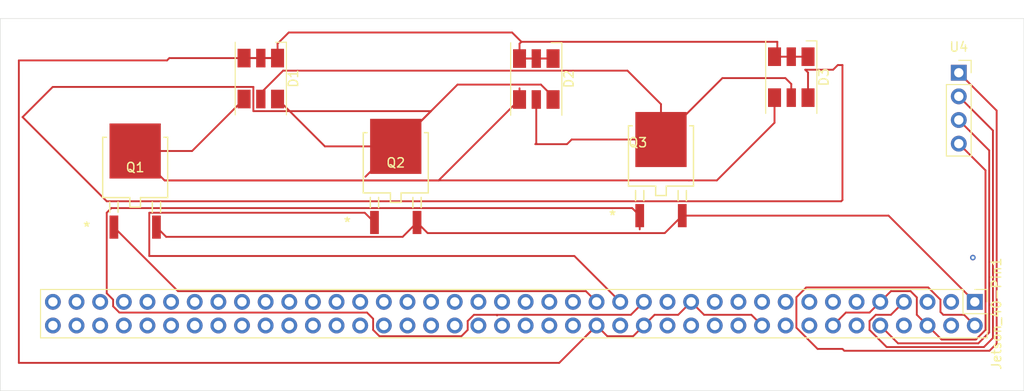
<source format=kicad_pcb>
(kicad_pcb (version 20240108) (generator "pcbnew") (generator_version "8.0")
  (title_block (title "Preliminary PCB layout") (date "2024-11-06") (rev "0") (company "Group 6"))
  (layers (0 "F.Cu" signal) (31 "B.Cu" signal) (34 "B.Paste" user) (35 "F.Paste" user) (36 "B.SilkS" user "B.Silkscreen") (37 "F.SilkS" user "F.Silkscreen") (38 "B.Mask" user) (39 "F.Mask" user) (44 "Edge.Cuts" user))
  (net 0 "")
  (net 1 "GND")
  (net 2 "Q3")
  (net 3 "Q2")
  (net 4 "Q1")
  (net 7 "Net-(Jetson_40-Pin1-GPIO11)")
  (net 9 "Net-(Q1-C)")
  (net 11 "Net-(Jetson_40-Pin1-GPIO01)")
  (net 18 "/Ultrasonic Trigger")
  (net 26 "/5V")
  (net 27 "Net-(Jetson_40-Pin1-UART1_RXD)")
  (net 36 "Net-(Jetson_40-Pin1-GPIO13)")
  (footprint "Transistor411Library:DPAK-4_6P22X6P73_ONS" (layer "F.Cu") (at 124.9863 47.0795)
    (property "Reference" "Q3" (at -2.4821 -1.4318 0) (layer "F.SilkS"))
    (property "Value" "NSS1C301ET4G")
    (fp_line (start -3.4925 -3.2385) (end -3.4925 3.2385) (stroke (width 0.1524)) (layer "F.SilkS"))
    (fp_line (start -3.4925 3.2385) (end -0.5715 3.2385) (stroke (width 0.1524)) (layer "F.SilkS"))
    (fp_line (start -3.08864 -3.2385) (end -3.4925 -3.2385) (stroke (width 0.1524)) (layer "F.SilkS"))
    (fp_line (start -2.7305 3.7211) (end -2.7305 4.8133) (stroke (width 0.1524)) (layer "F.SilkS"))
    (fp_line (start -1.8415 3.7211) (end -1.8415 4.8133) (stroke (width 0.1524)) (layer "F.SilkS"))
    (fp_line (start -0.5715 3.2385) (end -0.5715 4.2545) (stroke (width 0.1524)) (layer "F.SilkS"))
    (fp_line (start -0.5715 4.2545) (end 0.5715 4.2545) (stroke (width 0.1524)) (layer "F.SilkS"))
    (fp_line (start 0.5715 3.2385) (end 3.4925 3.2385) (stroke (width 0.1524)) (layer "F.SilkS"))
    (fp_line (start 0.5715 4.2545) (end 0.5715 3.2385) (stroke (width 0.1524)) (layer "F.SilkS"))
    (fp_line (start 1.8415 3.7211) (end 1.8415 4.8133) (stroke (width 0.1524)) (layer "F.SilkS"))
    (fp_line (start 2.7305 3.7211) (end 2.7305 4.8133) (stroke (width 0.1524)) (layer "F.SilkS"))
    (fp_line (start 3.4925 -3.2385) (end 3.08864 -3.2385) (stroke (width 0.1524)) (layer "F.SilkS"))
    (fp_line (start 3.4925 3.2385) (end 3.4925 -3.2385) (stroke (width 0.1524)) (layer "F.SilkS"))
    (fp_text user "*" (at -5.207 6.4135 0) (layer "F.SilkS"))
    (fp_text user "*" (at -5.207 6.4135 0) (layer "F.SilkS"))
    (pad "1" smd rect (at -2.286 6.4135) (size 0.9398 2.4892) (layers "F.Cu" "F.Paste" "F.Mask") (net 11 "Net-(Jetson_40-Pin1-GPIO01)"))
    (pad "2" smd rect (at 2.286 6.4135) (size 0.9398 2.4892) (layers "F.Cu" "F.Paste" "F.Mask") (net 9 "Net-(Q1-C)"))
    (pad "3" smd rect (at 0 -1.7653) (size 5.5118 5.9182) (layers "F.Cu" "F.Paste" "F.Mask") (net 2 "Q3"))
  )
  (footprint "Connector_PinHeader_2.54mm:PinHeader_2x40_P2.54mm_Vertical" (layer "F.Cu") (at 158.7063 62.75845 -90)
    (property "Reference" "Jetson_40-Pin1" (at 1.27 -2.33 90) (layer "F.SilkS"))
    (property "Value" "~")
    (fp_line (start -1.33 100.39) (end 3.87 100.39) (stroke (width 0.12)) (layer "F.SilkS"))
    (fp_line (start -1.33 1.27) (end -1.33 100.39) (stroke (width 0.12)) (layer "F.SilkS"))
    (fp_line (start -1.33 1.27) (end 1.27 1.27) (stroke (width 0.12)) (layer "F.SilkS"))
    (fp_line (start 1.27 1.27) (end 1.27 -1.33) (stroke (width 0.12)) (layer "F.SilkS"))
    (fp_line (start -1.33 0) (end -1.33 -1.33) (stroke (width 0.12)) (layer "F.SilkS"))
    (fp_line (start -1.33 -1.33) (end 0 -1.33) (stroke (width 0.12)) (layer "F.SilkS"))
    (fp_line (start 1.27 -1.33) (end 3.87 -1.33) (stroke (width 0.12)) (layer "F.SilkS"))
    (fp_line (start 3.87 -1.33) (end 3.87 100.39) (stroke (width 0.12)) (layer "F.SilkS"))
    (pad "1" thru_hole rect (at 0 0 270) (size 1.7 1.7) (drill 1) (layers "*.Cu" "*.Mask") (net 9 "Net-(Q1-C)"))
    (pad "2" thru_hole oval (at 2.54 0 270) (size 1.7 1.7) (drill 1) (layers "*.Cu" "*.Mask") (net 26 "/5V"))
    (pad "3" thru_hole oval (at 0 2.54 270) (size 1.7 1.7) (drill 1) (layers "*.Cu" "*.Mask"))
    (pad "4" thru_hole oval (at 2.54 2.54 270) (size 1.7 1.7) (drill 1) (layers "*.Cu" "*.Mask"))
    (pad "5" thru_hole oval (at 0 5.08 270) (size 1.7 1.7) (drill 1) (layers "*.Cu" "*.Mask"))
    (pad "6" thru_hole oval (at 2.54 5.08 270) (size 1.7 1.7) (drill 1) (layers "*.Cu" "*.Mask") (net 1 "GND"))
    (pad "7" thru_hole oval (at 0 7.62 270) (size 1.7 1.7) (drill 1) (layers "*.Cu" "*.Mask") (net 18 "/Ultrasonic Trigger"))
    (pad "8" thru_hole oval (at 2.54 7.62 270) (size 1.7 1.7) (drill 1) (layers "*.Cu" "*.Mask"))
    (pad "9" thru_hole oval (at 0 10.16 270) (size 1.7 1.7) (drill 1) (layers "*.Cu" "*.Mask") (net 1 "GND"))
    (pad "10" thru_hole oval (at 2.54 10.16 270) (size 1.7 1.7) (drill 1) (layers "*.Cu" "*.Mask") (net 27 "Net-(Jetson_40-Pin1-UART1_RXD)"))
    (pad "11" thru_hole oval (at 0 12.7 270) (size 1.7 1.7) (drill 1) (layers "*.Cu" "*.Mask"))
    (pad "12" thru_hole oval (at 2.54 12.7 270) (size 1.7 1.7) (drill 1) (layers "*.Cu" "*.Mask"))
    (pad "13" thru_hole oval (at 0 15.24 270) (size 1.7 1.7) (drill 1) (layers "*.Cu" "*.Mask"))
    (pad "14" thru_hole oval (at 2.54 15.24 270) (size 1.7 1.7) (drill 1) (layers "*.Cu" "*.Mask") (net 1 "GND"))
    (pad "15" thru_hole oval (at 0 17.78 270) (size 1.7 1.7) (drill 1) (layers "*.Cu" "*.Mask"))
    (pad "16" thru_hole oval (at 2.54 17.78 270) (size 1.7 1.7) (drill 1) (layers "*.Cu" "*.Mask"))
    (pad "17" thru_hole oval (at 0 20.32 270) (size 1.7 1.7) (drill 1) (layers "*.Cu" "*.Mask"))
    (pad "18" thru_hole oval (at 2.54 20.32 270) (size 1.7 1.7) (drill 1) (layers "*.Cu" "*.Mask"))
    (pad "19" thru_hole oval (at 0 22.86 270) (size 1.7 1.7) (drill 1) (layers "*.Cu" "*.Mask"))
    (pad "20" thru_hole oval (at 2.54 22.86 270) (size 1.7 1.7) (drill 1) (layers "*.Cu" "*.Mask") (net 1 "GND"))
    (pad "21" thru_hole oval (at 0 25.4 270) (size 1.7 1.7) (drill 1) (layers "*.Cu" "*.Mask"))
    (pad "22" thru_hole oval (at 2.54 25.4 270) (size 1.7 1.7) (drill 1) (layers "*.Cu" "*.Mask"))
    (pad "23" thru_hole oval (at 0 27.94 270) (size 1.7 1.7) (drill 1) (layers "*.Cu" "*.Mask"))
    (pad "24" thru_hole oval (at 2.54 27.94 270) (size 1.7 1.7) (drill 1) (layers "*.Cu" "*.Mask"))
    (pad "25" thru_hole oval (at 0 30.48 270) (size 1.7 1.7) (drill 1) (layers "*.Cu" "*.Mask") (net 1 "GND"))
    (pad "26" thru_hole oval (at 2.54 30.48 270) (size 1.7 1.7) (drill 1) (layers "*.Cu" "*.Mask"))
    (pad "27" thru_hole oval (at 0 33.02 270) (size 1.7 1.7) (drill 1) (layers "*.Cu" "*.Mask"))
    (pad "28" thru_hole oval (at 2.54 33.02 270) (size 1.7 1.7) (drill 1) (layers "*.Cu" "*.Mask"))
    (pad "29" thru_hole oval (at 0 35.56 270) (size 1.7 1.7) (drill 1) (layers "*.Cu" "*.Mask") (net 11 "Net-(Jetson_40-Pin1-GPIO01)"))
    (pad "30" thru_hole oval (at 2.54 35.56 270) (size 1.7 1.7) (drill 1) (layers "*.Cu" "*.Mask") (net 1 "GND"))
    (pad "31" thru_hole oval (at 0 38.1 270) (size 1.7 1.7) (drill 1) (layers "*.Cu" "*.Mask") (net 7 "Net-(Jetson_40-Pin1-GPIO11)"))
    (pad "32" thru_hole oval (at 2.54 38.1 270) (size 1.7 1.7) (drill 1) (layers "*.Cu" "*.Mask"))
    (pad "33" thru_hole oval (at 0 40.64 270) (size 1.7 1.7) (drill 1) (layers "*.Cu" "*.Mask") (net 36 "Net-(Jetson_40-Pin1-GPIO13)"))
    (pad "34" thru_hole oval (at 2.54 40.64 270) (size 1.7 1.7) (drill 1) (layers "*.Cu" "*.Mask") (net 1 "GND"))
    (pad "35" thru_hole oval (at 0 43.18 270) (size 1.7 1.7) (drill 1) (layers "*.Cu" "*.Mask"))
    (pad "36" thru_hole oval (at 2.54 43.18 270) (size 1.7 1.7) (drill 1) (layers "*.Cu" "*.Mask"))
    (pad "37" thru_hole oval (at 0 45.72 270) (size 1.7 1.7) (drill 1) (layers "*.Cu" "*.Mask"))
    (pad "38" thru_hole oval (at 2.54 45.72 270) (size 1.7 1.7) (drill 1) (layers "*.Cu" "*.Mask"))
    (pad "39" thru_hole oval (at 0 48.26 270) (size 1.7 1.7) (drill 1) (layers "*.Cu" "*.Mask") (net 1 "GND"))
    (pad "40" thru_hole oval (at 2.54 48.26 270) (size 1.7 1.7) (drill 1) (layers "*.Cu" "*.Mask"))
    (pad "41" thru_hole oval (at 0 50.8 270) (size 1.7 1.7) (drill 1) (layers "*.Cu" "*.Mask"))
    (pad "42" thru_hole oval (at 2.54 50.8 270) (size 1.7 1.7) (drill 1) (layers "*.Cu" "*.Mask"))
    (pad "43" thru_hole oval (at 0 53.34 270) (size 1.7 1.7) (drill 1) (layers "*.Cu" "*.Mask"))
    (pad "44" thru_hole oval (at 2.54 53.34 270) (size 1.7 1.7) (drill 1) (layers "*.Cu" "*.Mask"))
    (pad "45" thru_hole oval (at 0 55.88 270) (size 1.7 1.7) (drill 1) (layers "*.Cu" "*.Mask"))
    (pad "46" thru_hole oval (at 2.54 55.88 270) (size 1.7 1.7) (drill 1) (layers "*.Cu" "*.Mask"))
    (pad "47" thru_hole oval (at 0 58.42 270) (size 1.7 1.7) (drill 1) (layers "*.Cu" "*.Mask"))
    (pad "48" thru_hole oval (at 2.54 58.42 270) (size 1.7 1.7) (drill 1) (layers "*.Cu" "*.Mask"))
    (pad "49" thru_hole oval (at 0 60.96 270) (size 1.7 1.7) (drill 1) (layers "*.Cu" "*.Mask"))
    (pad "50" thru_hole oval (at 2.54 60.96 270) (size 1.7 1.7) (drill 1) (layers "*.Cu" "*.Mask"))
    (pad "51" thru_hole oval (at 0 63.5 270) (size 1.7 1.7) (drill 1) (layers "*.Cu" "*.Mask"))
    (pad "52" thru_hole oval (at 2.54 63.5 270) (size 1.7 1.7) (drill 1) (layers "*.Cu" "*.Mask"))
    (pad "53" thru_hole oval (at 0 66.04 270) (size 1.7 1.7) (drill 1) (layers "*.Cu" "*.Mask"))
    (pad "54" thru_hole oval (at 2.54 66.04 270) (size 1.7 1.7) (drill 1) (layers "*.Cu" "*.Mask"))
    (pad "55" thru_hole oval (at 0 68.58 270) (size 1.7 1.7) (drill 1) (layers "*.Cu" "*.Mask"))
    (pad "56" thru_hole oval (at 2.54 68.58 270) (size 1.7 1.7) (drill 1) (layers "*.Cu" "*.Mask"))
    (pad "57" thru_hole oval (at 0 71.12 270) (size 1.7 1.7) (drill 1) (layers "*.Cu" "*.Mask"))
    (pad "58" thru_hole oval (at 2.54 71.12 270) (size 1.7 1.7) (drill 1) (layers "*.Cu" "*.Mask"))
    (pad "59" thru_hole oval (at 0 73.66 270) (size 1.7 1.7) (drill 1) (layers "*.Cu" "*.Mask"))
    (pad "60" thru_hole oval (at 2.54 73.66 270) (size 1.7 1.7) (drill 1) (layers "*.Cu" "*.Mask"))
    (pad "61" thru_hole oval (at 0 76.2 270) (size 1.7 1.7) (drill 1) (layers "*.Cu" "*.Mask"))
    (pad "62" thru_hole oval (at 2.54 76.2 270) (size 1.7 1.7) (drill 1) (layers "*.Cu" "*.Mask"))
    (pad "63" thru_hole oval (at 0 78.74 270) (size 1.7 1.7) (drill 1) (layers "*.Cu" "*.Mask"))
    (pad "64" thru_hole oval (at 2.54 78.74 270) (size 1.7 1.7) (drill 1) (layers "*.Cu" "*.Mask"))
    (pad "65" thru_hole oval (at 0 81.28 270) (size 1.7 1.7) (drill 1) (layers "*.Cu" "*.Mask"))
    (pad "66" thru_hole oval (at 2.54 81.28 270) (size 1.7 1.7) (drill 1) (layers "*.Cu" "*.Mask"))
    (pad "67" thru_hole oval (at 0 83.82 270) (size 1.7 1.7) (drill 1) (layers "*.Cu" "*.Mask"))
    (pad "68" thru_hole oval (at 2.54 83.82 270) (size 1.7 1.7) (drill 1) (layers "*.Cu" "*.Mask"))
    (pad "69" thru_hole oval (at 0 86.36 270) (size 1.7 1.7) (drill 1) (layers "*.Cu" "*.Mask"))
    (pad "70" thru_hole oval (at 2.54 86.36 270) (size 1.7 1.7) (drill 1) (layers "*.Cu" "*.Mask"))
    (pad "71" thru_hole oval (at 0 88.9 270) (size 1.7 1.7) (drill 1) (layers "*.Cu" "*.Mask"))
    (pad "72" thru_hole oval (at 2.54 88.9 270) (size 1.7 1.7) (drill 1) (layers "*.Cu" "*.Mask"))
    (pad "73" thru_hole oval (at 0 91.44 270) (size 1.7 1.7) (drill 1) (layers "*.Cu" "*.Mask"))
    (pad "74" thru_hole oval (at 2.54 91.44 270) (size 1.7 1.7) (drill 1) (layers "*.Cu" "*.Mask"))
    (pad "75" thru_hole oval (at 0 93.98 270) (size 1.7 1.7) (drill 1) (layers "*.Cu" "*.Mask"))
    (pad "76" thru_hole oval (at 2.54 93.98 270) (size 1.7 1.7) (drill 1) (layers "*.Cu" "*.Mask"))
    (pad "77" thru_hole oval (at 0 96.52 270) (size 1.7 1.7) (drill 1) (layers "*.Cu" "*.Mask"))
    (pad "78" thru_hole oval (at 2.54 96.52 270) (size 1.7 1.7) (drill 1) (layers "*.Cu" "*.Mask"))
    (pad "79" thru_hole oval (at 0 99.06 270) (size 1.7 1.7) (drill 1) (layers "*.Cu" "*.Mask"))
    (pad "80" thru_hole oval (at 2.54 99.06 270) (size 1.7 1.7) (drill 1) (layers "*.Cu" "*.Mask"))
  )
  (footprint "LED_SMD:LED_Inolux_IN-P55TATRGB_PLCC6_5.0x5.5mm_P1.8mm" (layer "F.Cu") (at 81.9863 38.7642 -90)
    (property "Reference" "D1" (at 0 -3.5 90) (layer "F.SilkS"))
    (property "Value" "Inolux_IN-P55TATRGB")
    (fp_line (start -3.9 2.75) (end 3.9 2.75) (stroke (width 0.12)) (layer "F.SilkS"))
    (fp_line (start -3.9 -1.6) (end -3.9 -2.75) (stroke (width 0.12)) (layer "F.SilkS"))
    (fp_line (start -3.9 -2.75) (end 3.9 -2.75) (stroke (width 0.12)) (layer "F.SilkS"))
    (pad "1" smd rect (at -2.2 -1.8 270) (size 2 1.4) (layers "F.Cu" "F.Paste" "F.Mask") (net 1 "GND"))
    (pad "2" smd rect (at -2.2 0 270) (size 2 1) (layers "F.Cu" "F.Paste" "F.Mask") (net 1 "GND"))
    (pad "3" smd rect (at -2.2 1.8 270) (size 2 1.4) (layers "F.Cu" "F.Paste" "F.Mask") (net 1 "GND"))
    (pad "4" smd rect (at 2.2 1.8 270) (size 2 1.4) (layers "F.Cu" "F.Paste" "F.Mask") (net 4 "Q1"))
    (pad "5" smd rect (at 2.2 0 270) (size 2 1) (layers "F.Cu" "F.Paste" "F.Mask") (net 2 "Q3"))
    (pad "6" smd rect (at 2.2 -1.8 270) (size 2 1.4) (layers "F.Cu" "F.Paste" "F.Mask") (net 3 "Q2"))
  )
  (footprint "Connector_PinSocket_2.54mm:PinSocket_1x04_P2.54mm_Vertical" (layer "F.Cu") (at 156.9863 38.13845)
    (property "Reference" "U4" (at 0 -2.77 0) (layer "F.SilkS"))
    (property "Value" "HC-SR04")
    (fp_line (start -1.33 1.27) (end -1.33 8.95) (stroke (width 0.12)) (layer "F.SilkS"))
    (fp_line (start -1.33 1.27) (end 1.33 1.27) (stroke (width 0.12)) (layer "F.SilkS"))
    (fp_line (start -1.33 8.95) (end 1.33 8.95) (stroke (width 0.12)) (layer "F.SilkS"))
    (fp_line (start 0 -1.33) (end 1.33 -1.33) (stroke (width 0.12)) (layer "F.SilkS"))
    (fp_line (start 1.33 -1.33) (end 1.33 0) (stroke (width 0.12)) (layer "F.SilkS"))
    (fp_line (start 1.33 1.27) (end 1.33 8.95) (stroke (width 0.12)) (layer "F.SilkS"))
    (pad "1" thru_hole rect (at 0 0) (size 1.7 1.7) (drill 1) (layers "*.Cu" "*.Mask") (net 26 "/5V"))
    (pad "2" thru_hole oval (at 0 2.54) (size 1.7 1.7) (drill 1) (layers "*.Cu" "*.Mask") (net 18 "/Ultrasonic Trigger"))
    (pad "3" thru_hole oval (at 0 5.08) (size 1.7 1.7) (drill 1) (layers "*.Cu" "*.Mask") (net 27 "Net-(Jetson_40-Pin1-UART1_RXD)"))
    (pad "4" thru_hole oval (at 0 7.62) (size 1.7 1.7) (drill 1) (layers "*.Cu" "*.Mask") (net 1 "GND"))
  )
  (footprint "Transistor411Library:DPAK-4_6P22X6P73_ONS" (layer "F.Cu") (at 68.4863 48.3142)
    (property "Reference" "Q1" (at 0 0 0) (layer "F.SilkS"))
    (property "Value" "NSS1C301ET4G")
    (fp_line (start -3.4925 -3.2385) (end -3.4925 3.2385) (stroke (width 0.1524)) (layer "F.SilkS"))
    (fp_line (start -3.4925 3.2385) (end -0.5715 3.2385) (stroke (width 0.1524)) (layer "F.SilkS"))
    (fp_line (start -3.08864 -3.2385) (end -3.4925 -3.2385) (stroke (width 0.1524)) (layer "F.SilkS"))
    (fp_line (start -2.7305 3.7211) (end -2.7305 4.8133) (stroke (width 0.1524)) (layer "F.SilkS"))
    (fp_line (start -1.8415 3.7211) (end -1.8415 4.8133) (stroke (width 0.1524)) (layer "F.SilkS"))
    (fp_line (start -0.5715 3.2385) (end -0.5715 4.2545) (stroke (width 0.1524)) (layer "F.SilkS"))
    (fp_line (start -0.5715 4.2545) (end 0.5715 4.2545) (stroke (width 0.1524)) (layer "F.SilkS"))
    (fp_line (start 0.5715 3.2385) (end 3.4925 3.2385) (stroke (width 0.1524)) (layer "F.SilkS"))
    (fp_line (start 0.5715 4.2545) (end 0.5715 3.2385) (stroke (width 0.1524)) (layer "F.SilkS"))
    (fp_line (start 1.8415 3.7211) (end 1.8415 4.8133) (stroke (width 0.1524)) (layer "F.SilkS"))
    (fp_line (start 2.7305 3.7211) (end 2.7305 4.8133) (stroke (width 0.1524)) (layer "F.SilkS"))
    (fp_line (start 3.4925 -3.2385) (end 3.08864 -3.2385) (stroke (width 0.1524)) (layer "F.SilkS"))
    (fp_line (start 3.4925 3.2385) (end 3.4925 -3.2385) (stroke (width 0.1524)) (layer "F.SilkS"))
    (fp_text user "*" (at -5.207 6.4135 0) (layer "F.SilkS"))
    (fp_text user "*" (at -5.207 6.4135 0) (layer "F.SilkS"))
    (pad "1" smd rect (at -2.286 6.4135) (size 0.9398 2.4892) (layers "F.Cu" "F.Paste" "F.Mask") (net 36 "Net-(Jetson_40-Pin1-GPIO13)"))
    (pad "2" smd rect (at 2.286 6.4135) (size 0.9398 2.4892) (layers "F.Cu" "F.Paste" "F.Mask") (net 9 "Net-(Q1-C)"))
    (pad "3" smd rect (at 0 -1.7653) (size 5.5118 5.9182) (layers "F.Cu" "F.Paste" "F.Mask") (net 4 "Q1"))
  )
  (footprint "Transistor411Library:DPAK-4_6P22X6P73_ONS" (layer "F.Cu") (at 96.4863 47.8142)
    (property "Reference" "Q2" (at 0 0 0) (layer "F.SilkS"))
    (property "Value" "NSS1C301ET4G")
    (fp_line (start -3.4925 -3.2385) (end -3.4925 3.2385) (stroke (width 0.1524)) (layer "F.SilkS"))
    (fp_line (start -3.4925 3.2385) (end -0.5715 3.2385) (stroke (width 0.1524)) (layer "F.SilkS"))
    (fp_line (start -3.08864 -3.2385) (end -3.4925 -3.2385) (stroke (width 0.1524)) (layer "F.SilkS"))
    (fp_line (start -2.7305 3.7211) (end -2.7305 4.8133) (stroke (width 0.1524)) (layer "F.SilkS"))
    (fp_line (start -1.8415 3.7211) (end -1.8415 4.8133) (stroke (width 0.1524)) (layer "F.SilkS"))
    (fp_line (start -0.5715 3.2385) (end -0.5715 4.2545) (stroke (width 0.1524)) (layer "F.SilkS"))
    (fp_line (start -0.5715 4.2545) (end 0.5715 4.2545) (stroke (width 0.1524)) (layer "F.SilkS"))
    (fp_line (start 0.5715 3.2385) (end 3.4925 3.2385) (stroke (width 0.1524)) (layer "F.SilkS"))
    (fp_line (start 0.5715 4.2545) (end 0.5715 3.2385) (stroke (width 0.1524)) (layer "F.SilkS"))
    (fp_line (start 1.8415 3.7211) (end 1.8415 4.8133) (stroke (width 0.1524)) (layer "F.SilkS"))
    (fp_line (start 2.7305 3.7211) (end 2.7305 4.8133) (stroke (width 0.1524)) (layer "F.SilkS"))
    (fp_line (start 3.4925 -3.2385) (end 3.08864 -3.2385) (stroke (width 0.1524)) (layer "F.SilkS"))
    (fp_line (start 3.4925 3.2385) (end 3.4925 -3.2385) (stroke (width 0.1524)) (layer "F.SilkS"))
    (fp_text user "*" (at -5.207 6.4135 0) (layer "F.SilkS"))
    (fp_text user "*" (at -5.207 6.4135 0) (layer "F.SilkS"))
    (pad "1" smd rect (at -2.286 6.4135) (size 0.9398 2.4892) (layers "F.Cu" "F.Paste" "F.Mask") (net 7 "Net-(Jetson_40-Pin1-GPIO11)"))
    (pad "2" smd rect (at 2.286 6.4135) (size 0.9398 2.4892) (layers "F.Cu" "F.Paste" "F.Mask") (net 9 "Net-(Q1-C)"))
    (pad "3" smd rect (at 0 -1.7653) (size 5.5118 5.9182) (layers "F.Cu" "F.Paste" "F.Mask") (net 3 "Q2"))
  )
  (footprint "LED_SMD:LED_Inolux_IN-P55TATRGB_PLCC6_5.0x5.5mm_P1.8mm" (layer "F.Cu") (at 111.5863 38.8142 -90)
    (property "Reference" "D2" (at 0 -3.5 90) (layer "F.SilkS"))
    (property "Value" "Inolux_IN-P55TATRGB")
    (fp_line (start -3.9 2.75) (end 3.9 2.75) (stroke (width 0.12)) (layer "F.SilkS"))
    (fp_line (start -3.9 -1.6) (end -3.9 -2.75) (stroke (width 0.12)) (layer "F.SilkS"))
    (fp_line (start -3.9 -2.75) (end 3.9 -2.75) (stroke (width 0.12)) (layer "F.SilkS"))
    (pad "1" smd rect (at -2.2 -1.8 270) (size 2 1.4) (layers "F.Cu" "F.Paste" "F.Mask") (net 1 "GND"))
    (pad "2" smd rect (at -2.2 0 270) (size 2 1) (layers "F.Cu" "F.Paste" "F.Mask") (net 1 "GND"))
    (pad "3" smd rect (at -2.2 1.8 270) (size 2 1.4) (layers "F.Cu" "F.Paste" "F.Mask") (net 1 "GND"))
    (pad "4" smd rect (at 2.2 1.8 270) (size 2 1.4) (layers "F.Cu" "F.Paste" "F.Mask") (net 4 "Q1"))
    (pad "5" smd rect (at 2.2 0 270) (size 2 1) (layers "F.Cu" "F.Paste" "F.Mask") (net 2 "Q3"))
    (pad "6" smd rect (at 2.2 -1.8 270) (size 2 1.4) (layers "F.Cu" "F.Paste" "F.Mask") (net 3 "Q2"))
  )
  (footprint "LED_SMD:LED_Inolux_IN-P55TATRGB_PLCC6_5.0x5.5mm_P1.8mm" (layer "F.Cu") (at 138.9863 38.6142 -90)
    (property "Reference" "D3" (at 0 -3.5 90) (layer "F.SilkS"))
    (property "Value" "Inolux_IN-P55TATRGB")
    (fp_line (start -3.9 2.75) (end 3.9 2.75) (stroke (width 0.12)) (layer "F.SilkS"))
    (fp_line (start -3.9 -1.6) (end -3.9 -2.75) (stroke (width 0.12)) (layer "F.SilkS"))
    (fp_line (start -3.9 -2.75) (end 3.9 -2.75) (stroke (width 0.12)) (layer "F.SilkS"))
    (pad "1" smd rect (at -2.2 -1.8 270) (size 2 1.4) (layers "F.Cu" "F.Paste" "F.Mask") (net 1 "GND"))
    (pad "2" smd rect (at -2.2 0 270) (size 2 1) (layers "F.Cu" "F.Paste" "F.Mask") (net 1 "GND"))
    (pad "3" smd rect (at -2.2 1.8 270) (size 2 1.4) (layers "F.Cu" "F.Paste" "F.Mask") (net 1 "GND"))
    (pad "4" smd rect (at 2.2 1.8 270) (size 2 1.4) (layers "F.Cu" "F.Paste" "F.Mask") (net 4 "Q1"))
    (pad "5" smd rect (at 2.2 0 270) (size 2 1) (layers "F.Cu" "F.Paste" "F.Mask") (net 2 "Q3"))
    (pad "6" smd rect (at 2.2 -1.8 270) (size 2 1.4) (layers "F.Cu" "F.Paste" "F.Mask") (net 3 "Q2"))
  )
  (gr_rect (start 53.9863 32.3142) (end 163.9863 72.3142) (stroke (width 0.05)) (fill none) (layer "Edge.Cuts"))
  (via (at 158.5 58) (size 0.6) (drill 0.3) (layers "F.Cu" "B.Cu") (net 0))
  (segment (start 55.9863 36.8142) (end 55.9863 69.3142) (width 0.2) (layer "F.Cu") (net 1))
  (segment (start 138.9863 36.4142) (end 137.1863 36.4142) (width 0.2) (layer "F.Cu") (net 1))
  (segment (start 116.9163 66.44845) (end 118.0663 65.29845) (width 0.2) (layer "F.Cu") (net 1))
  (segment (start 71.906 36.8142) (end 55.9863 36.8142) (width 0.2) (layer "F.Cu") (net 1))
  (segment (start 114.05055 69.3142) (end 118.0663 65.29845) (width 0.2) (layer "F.Cu") (net 1))
  (segment (start 111.5863 36.6142) (end 113.3863 36.6142) (width 0.2) (layer "F.Cu") (net 1))
  (segment (start 108.9863 33.8142) (end 109.9863 34.8142) (width 0.2) (layer "F.Cu") (net 1))
  (segment (start 159.8563 65.774796) (end 158.816896 66.8142) (width 0.2) (layer "F.Cu") (net 1))
  (segment (start 143.4663 65.29845) (end 143.97055 65.29845) (width 0.2) (layer "F.Cu") (net 1))
  (segment (start 111.5863 36.6142) (end 109.7863 36.6142) (width 0.2) (layer "F.Cu") (net 1))
  (segment (start 83.7863 35.0142) (end 84.9863 33.8142) (width 0.2) (layer "F.Cu") (net 1))
  (segment (start 137.4863 34.8142) (end 137.4863 36.1142) (width 0.2) (layer "F.Cu") (net 1))
  (segment (start 148.5463 62.75845) (end 147.3963 63.90845) (width 0.2) (layer "F.Cu") (net 1))
  (segment (start 113.3863 36.6142) (end 109.7863 36.6142) (width 0.2) (layer "F.Cu") (net 1))
  (segment (start 144.8563 63.90845) (end 143.4663 65.29845) (width 0.2) (layer "F.Cu") (net 1))
  (segment (start 148.5463 62.75845) (end 149.6963 61.60845) (width 0.2) (layer "F.Cu") (net 1))
  (segment (start 135.8463 65.29845) (end 134.6963 64.14845) (width 0.2) (layer "F.Cu") (net 1))
  (segment (start 134.6963 64.14845) (end 129.6163 64.14845) (width 0.2) (layer "F.Cu") (net 1))
  (segment (start 126.8363 64.14845) (end 124.2963 64.14845) (width 0.2) (layer "F.Cu") (net 1))
  (segment (start 83.7863 36.5642) (end 80.1863 36.5642) (width 0.2) (layer "F.Cu") (net 1))
  (segment (start 159.8563 48.62845) (end 159.8563 65.774796) (width 0.2) (layer "F.Cu") (net 1))
  (segment (start 156.9863 45.75845) (end 159.8563 48.62845) (width 0.2) (layer "F.Cu") (net 1))
  (segment (start 84.9863 33.8142) (end 108.9863 33.8142) (width 0.2) (layer "F.Cu") (net 1))
  (segment (start 81.9863 36.5642) (end 80.1863 36.5642) (width 0.2) (layer "F.Cu") (net 1))
  (segment (start 149.6963 61.60845) (end 151.802646 61.60845) (width 0.2) (layer "F.Cu") (net 1))
  (segment (start 110.4863 62.79845) (end 110.4863 62.8142) (width 0.2) (layer "F.Cu") (net 1))
  (segment (start 158.816896 66.8142) (end 155.14205 66.8142) (width 0.2) (layer "F.Cu") (net 1))
  (segment (start 124.2963 64.14845) (end 123.1463 65.29845) (width 0.2) (layer "F.Cu") (net 1))
  (segment (start 109.7863 35.0142) (end 109.7863 36.6142) (width 0.2) (layer "F.Cu") (net 1))
  (segment (start 109.9863 34.8142) (end 109.7863 35.0142) (width 0.2) (layer "F.Cu") (net 1))
  (segment (start 151.802646 61.60845) (end 152.4763 62.282104) (width 0.2) (layer "F.Cu") (net 1))
  (segment (start 81.9863 36.5642) (end 83.7863 36.5642) (width 0.2) (layer "F.Cu") (net 1))
  (segment (start 80.1863 36.5642) (end 72.156 36.5642) (width 0.2) (layer "F.Cu") (net 1))
  (segment (start 55.9863 69.3142) (end 114.05055 69.3142) (width 0.2) (layer "F.Cu") (net 1))
  (segment (start 138.9863 36.4142) (end 140.7863 36.4142) (width 0.2) (layer "F.Cu") (net 1))
  (segment (start 72.156 36.5642) (end 71.906 36.8142) (width 0.2) (layer "F.Cu") (net 1))
  (segment (start 152.4763 62.282104) (end 152.4763 64.14845) (width 0.2) (layer "F.Cu") (net 1))
  (segment (start 155.14205 66.8142) (end 153.6263 65.29845) (width 0.2) (layer "F.Cu") (net 1))
  (segment (start 109.9863 34.8142) (end 137.4863 34.8142) (width 0.2) (layer "F.Cu") (net 1))
  (segment (start 128.2263 62.75845) (end 126.8363 64.14845) (width 0.2) (layer "F.Cu") (net 1))
  (segment (start 137.4863 36.1142) (end 137.1863 36.4142) (width 0.2) (layer "F.Cu") (net 1))
  (segment (start 153.9863 64.93845) (end 153.9863 64.8142) (width 0.2) (layer "F.Cu") (net 1))
  (segment (start 83.7863 36.5642) (end 83.7863 35.0142) (width 0.2) (layer "F.Cu") (net 1))
  (segment (start 152.4763 64.14845) (end 153.6263 65.29845) (width 0.2) (layer "F.Cu") (net 1))
  (segment (start 147.3963 63.90845) (end 144.8563 63.90845) (width 0.2) (layer "F.Cu") (net 1))
  (segment (start 148.49055 62.8142) (end 148.4863 62.8142) (width 0.2) (layer "F.Cu") (net 1))
  (segment (start 129.6163 64.14845) (end 128.2263 62.75845) (width 0.2) (layer "F.Cu") (net 1))
  (segment (start 119.2163 66.44845) (end 121.9963 66.44845) (width 0.2) (layer "F.Cu") (net 1))
  (segment (start 121.9963 66.44845) (end 123.1463 65.29845) (width 0.2) (layer "F.Cu") (net 1))
  (segment (start 118.0663 65.29845) (end 119.2163 66.44845) (width 0.2) (layer "F.Cu") (net 1))
  (segment (start 124.9863 45.3142) (end 115.3863 45.3142) (width 0.2) (layer "F.Cu") (net 2))
  (segment (start 124.9863 46.3142) (end 124.9863 45.0795) (width 0.2) (layer "F.Cu") (net 2))
  (segment (start 114.8863 45.8142) (end 115.3863 45.3142) (width 0.2) (layer "F.Cu") (net 2))
  (segment (start 138.9863 39.348514) (end 138.9863 40.8142) (width 0.2) (layer "F.Cu") (net 2))
  (segment (start 124.9863 46.3142) (end 125.8863 45.4142) (width 0.2) (layer "F.Cu") (net 2))
  (segment (start 124.9863 41.5142) (end 124.9863 45.3142) (width 0.2) (layer "F.Cu") (net 2))
  (segment (start 138.351986 38.7142) (end 138.9863 39.348514) (width 0.2) (layer "F.Cu") (net 2))
  (segment (start 111.4863 45.8142) (end 114.8863 45.8142) (width 0.2) (layer "F.Cu") (net 2))
  (segment (start 111.5863 41.0142) (end 111.5863 45.7142) (width 0.2) (layer "F.Cu") (net 2))
  (segment (start 111.5863 45.7142) (end 111.4863 45.8142) (width 0.2) (layer "F.Cu") (net 2))
  (segment (start 121.3863 37.9142) (end 124.9863 41.5142) (width 0.2) (layer "F.Cu") (net 2))
  (segment (start 124.9863 45.3142) (end 131.5863 38.7142) (width 0.2) (layer "F.Cu") (net 2))
  (segment (start 81.9863 41.4642) (end 81.9863 40.9642) (width 0.2) (layer "F.Cu") (net 2))
  (segment (start 111.5863 40.5142) (end 111.5863 41.0142) (width 0.2) (layer "F.Cu") (net 2))
  (segment (start 81.9863 40.9642) (end 81.9863 40.3142) (width 0.2) (layer "F.Cu") (net 2))
  (segment (start 84.3863 37.9142) (end 121.3863 37.9142) (width 0.2) (layer "F.Cu") (net 2))
  (segment (start 131.5863 38.7142) (end 138.351986 38.7142) (width 0.2) (layer "F.Cu") (net 2))
  (segment (start 81.9863 40.3142) (end 84.3863 37.9142) (width 0.2) (layer "F.Cu") (net 2))
  (segment (start 81.1863 39.6642) (end 59.626786 39.6642) (width 0.2) (layer "F.Cu") (net 3))
  (segment (start 81.1863 42.2642) (end 81.1863 39.6642) (width 0.2) (layer "F.Cu") (net 3))
  (segment (start 96.4863 46.0489) (end 100.271 42.2642) (width 0.2) (layer "F.Cu") (net 3))
  (segment (start 59.626786 39.6642) (end 56.3863 42.904686) (width 0.2) (layer "F.Cu") (net 3))
  (segment (start 56.3863 42.904686) (end 65.430014 51.9484) (width 0.2) (layer "F.Cu") (net 3))
  (segment (start 144.4863 37.3142) (end 143.9863 37.3142) (width 0.2) (layer "F.Cu") (net 3))
  (segment (start 144.3521 51.9484) (end 144.4863 51.8142) (width 0.2) (layer "F.Cu") (net 3))
  (segment (start 103.121 39.4142) (end 96.4863 46.0489) (width 0.2) (layer "F.Cu") (net 3))
  (segment (start 143.4863 37.8142) (end 140.4863 37.8142) (width 0.2) (layer "F.Cu") (net 3))
  (segment (start 96.4863 46.0489) (end 88.871 46.0489) (width 0.2) (layer "F.Cu") (net 3))
  (segment (start 140.7863 38.1142) (end 140.7863 40.8142) (width 0.2) (layer "F.Cu") (net 3))
  (segment (start 112.0863 39.4142) (end 103.121 39.4142) (width 0.2) (layer "F.Cu") (net 3))
  (segment (start 143.9863 37.3142) (end 143.4863 37.8142) (width 0.2) (layer "F.Cu") (net 3))
  (segment (start 83.7863 40.6642) (end 83.7863 40.9642) (width 0.2) (layer "F.Cu") (net 3))
  (segment (start 65.430014 51.9484) (end 144.3521 51.9484) (width 0.2) (layer "F.Cu") (net 3))
  (segment (start 144.4863 51.8142) (end 144.4863 37.3142) (width 0.2) (layer "F.Cu") (net 3))
  (segment (start 83.7863 41.2642) (end 83.7863 40.9642) (width 0.2) (layer "F.Cu") (net 3))
  (segment (start 140.4863 37.8142) (end 140.7863 38.1142) (width 0.2) (layer "F.Cu") (net 3))
  (segment (start 113.3863 40.7142) (end 112.0863 39.4142) (width 0.2) (layer "F.Cu") (net 3))
  (segment (start 96.4863 46.0489) (end 93.2272 49.308) (width 0.2) (layer "F.Cu") (net 3))
  (segment (start 100.271 42.2642) (end 81.1863 42.2642) (width 0.2) (layer "F.Cu") (net 3))
  (segment (start 88.871 46.0489) (end 83.7863 40.9642) (width 0.2) (layer "F.Cu") (net 3))
  (segment (start 113.3863 41.0142) (end 113.3863 40.7142) (width 0.2) (layer "F.Cu") (net 3))
  (segment (start 137.1863 40.1142) (end 137.1863 40.8142) (width 0.2) (layer "F.Cu") (net 4))
  (segment (start 71.6454 49.708) (end 101.0925 49.708) (width 0.2) (layer "F.Cu") (net 4))
  (segment (start 127.9863 49.708) (end 130.9863 49.708) (width 0.2) (layer "F.Cu") (net 4))
  (segment (start 137.1863 40.8142) (end 137.1863 43.508) (width 0.2) (layer "F.Cu") (net 4))
  (segment (start 71.6454 49.708) (end 127.9863 49.708) (width 0.2) (layer "F.Cu") (net 4))
  (segment (start 68.4863 46.5489) (end 74.6016 46.5489) (width 0.2) (layer "F.Cu") (net 4))
  (segment (start 74.6016 46.5489) (end 80.1863 40.9642) (width 0.2) (layer "F.Cu") (net 4))
  (segment (start 68.4863 46.5489) (end 71.6454 49.708) (width 0.2) (layer "F.Cu") (net 4))
  (segment (start 137.1863 43.508) (end 130.9863 49.708) (width 0.2) (layer "F.Cu") (net 4))
  (segment (start 109.7863 39.8142) (end 109.7863 41.0142) (width 0.2) (layer "F.Cu") (net 4))
  (segment (start 101.0925 49.708) (end 109.7863 41.0142) (width 0.2) (layer "F.Cu") (net 4))
  (segment (start 94.2003 54.2277) (end 93.1557 53.1831) (width 0.2) (layer "F.Cu") (net 7))
  (segment (start 70.0024 57.8303) (end 115.67815 57.8303) (width 0.2) (layer "F.Cu") (net 7))
  (segment (start 93.1557 53.1831) (end 70.0024 53.1831) (width 0.2) (layer "F.Cu") (net 7))
  (segment (start 70.0024 53.1831) (end 70.0024 57.8303) (width 0.2) (layer "F.Cu") (net 7))
  (segment (start 115.67815 57.8303) (end 120.6063 62.75845) (width 0.2) (layer "F.Cu") (net 7))
  (segment (start 149.44085 53.493) (end 127.2723 53.493) (width 0.2) (layer "F.Cu") (net 9))
  (segment (start 97.2277 55.7723) (end 71.8169 55.7723) (width 0.2) (layer "F.Cu") (net 9))
  (segment (start 71.8169 55.7723) (end 70.7723 54.7277) (width 0.2) (layer "F.Cu") (net 9))
  (segment (start 127.2723 53.493) (end 125.39555 55.36975) (width 0.2) (layer "F.Cu") (net 9))
  (segment (start 125.39555 55.36975) (end 99.91435 55.36975) (width 0.2) (layer "F.Cu") (net 9))
  (segment (start 98.7723 54.2277) (end 97.2277 55.7723) (width 0.2) (layer "F.Cu") (net 9))
  (segment (start 99.91435 55.36975) (end 98.7723 54.2277) (width 0.2) (layer "F.Cu") (net 9))
  (segment (start 158.7063 62.75845) (end 149.44085 53.493) (width 0.2) (layer "F.Cu") (net 9))
  (segment (start 121.8904 52.6831) (end 65.9304 52.6831) (width 0.2) (layer "F.Cu") (net 11))
  (segment (start 104.889954 64.14845) (end 107.32055 64.14845) (width 0.2) (layer "F.Cu") (net 11))
  (segment (start 107.429954 64.14845) (end 121.7563 64.14845) (width 0.2) (layer "F.Cu") (net 11))
  (segment (start 103.542646 66.44845) (end 104.2163 65.774796) (width 0.2) (layer "F.Cu") (net 11))
  (segment (start 107.32055 64.14845) (end 107.375252 64.203152) (width 0.2) (layer "F.Cu") (net 11))
  (segment (start 66.1163 63.234796) (end 66.789954 63.90845) (width 0.2) (layer "F.Cu") (net 11))
  (segment (start 122.7003 54.493) (end 122.7003 54.96975) (width 0.2) (layer "F.Cu") (net 11))
  (segment (start 66.789954 63.90845) (end 93.39205 63.90845) (width 0.2) (layer "F.Cu") (net 11))
  (segment (start 104.2163 64.822104) (end 104.889954 64.14845) (width 0.2) (layer "F.Cu") (net 11))
  (segment (start 66.1163 62.522104) (end 66.1163 63.234796) (width 0.2) (layer "F.Cu") (net 11))
  (segment (start 93.39205 63.90845) (end 94.0563 64.5727) (width 0.2) (layer "F.Cu") (net 11))
  (segment (start 65.4304 61.836204) (end 66.1163 62.522104) (width 0.2) (layer "F.Cu") (net 11))
  (segment (start 94.0563 64.5727) (end 94.0563 65.774796) (width 0.2) (layer "F.Cu") (net 11))
  (segment (start 104.2163 65.774796) (end 104.2163 64.822104) (width 0.2) (layer "F.Cu") (net 11))
  (segment (start 94.729954 66.44845) (end 103.542646 66.44845) (width 0.2) (layer "F.Cu") (net 11))
  (segment (start 121.7563 64.14845) (end 123.1463 62.75845) (width 0.2) (layer "F.Cu") (net 11))
  (segment (start 122.7003 53.493) (end 121.8904 52.6831) (width 0.2) (layer "F.Cu") (net 11))
  (segment (start 94.0563 65.774796) (end 94.729954 66.44845) (width 0.2) (layer "F.Cu") (net 11))
  (segment (start 65.9304 52.6831) (end 65.4304 53.1831) (width 0.2) (layer "F.Cu") (net 11))
  (segment (start 65.4304 53.1831) (end 65.4304 61.836204) (width 0.2) (layer "F.Cu") (net 11))
  (segment (start 107.375252 64.203152) (end 107.429954 64.14845) (width 0.2) (layer "F.Cu") (net 11))
  (segment (start 156.9863 40.67845) (end 160.6563 44.34845) (width 0.2) (layer "F.Cu") (net 18))
  (segment (start 149.6963 64.14845) (end 151.0863 62.75845) (width 0.2) (layer "F.Cu") (net 18))
  (segment (start 147.3963 64.822104) (end 148.069954 64.14845) (width 0.2) (layer "F.Cu") (net 18))
  (segment (start 160.6563 44.34845) (end 160.6563 66.6442) (width 0.2) (layer "F.Cu") (net 18))
  (segment (start 160.6563 66.6442) (end 159.6863 67.6142) (width 0.2) (layer "F.Cu") (net 18))
  (segment (start 159.6863 67.6142) (end 149.235704 67.6142) (width 0.2) (layer "F.Cu") (net 18))
  (segment (start 148.069954 64.14845) (end 149.6963 64.14845) (width 0.2) (layer "F.Cu") (net 18))
  (segment (start 149.235704 67.6142) (end 147.3963 65.774796) (width 0.2) (layer "F.Cu") (net 18))
  (segment (start 147.3963 65.774796) (end 147.3963 64.822104) (width 0.2) (layer "F.Cu") (net 18))
  (segment (start 155.32055 64.14845) (end 157.5563 64.14845) (width 0.2) (layer "F.Cu") (net 26))
  (segment (start 155.0163 62.522104) (end 155.0163 63.8442) (width 0.2) (layer "F.Cu") (net 26))
  (segment (start 139.5363 62.2642) (end 140.59205 61.20845) (width 0.2) (layer "F.Cu") (net 26))
  (segment (start 153.702646 61.20845) (end 155.0163 62.522104) (width 0.2) (layer "F.Cu") (net 26))
  (segment (start 155.0163 63.8442) (end 155.32055 64.14845) (width 0.2) (layer "F.Cu") (net 26))
  (segment (start 156.9863 38.13845) (end 161.0563 42.20845) (width 0.2) (layer "F.Cu") (net 26))
  (segment (start 160.2863 68.0142) (end 144.6863 68.0142) (width 0.2) (layer "F.Cu") (net 26))
  (segment (start 161.0563 42.20845) (end 161.0563 67.2442) (width 0.2) (layer "F.Cu") (net 26))
  (segment (start 144.6863 68.0142) (end 144.4863 67.8142) (width 0.2) (layer "F.Cu") (net 26))
  (segment (start 141.815704 67.8142) (end 139.5363 65.534796) (width 0.2) (layer "F.Cu") (net 26))
  (segment (start 139.5363 65.534796) (end 139.5363 62.2642) (width 0.2) (layer "F.Cu") (net 26))
  (segment (start 161.0563 67.2442) (end 160.2863 68.0142) (width 0.2) (layer "F.Cu") (net 26))
  (segment (start 157.5563 64.14845) (end 158.7063 65.29845) (width 0.2) (layer "F.Cu") (net 26))
  (segment (start 144.4863 67.8142) (end 141.815704 67.8142) (width 0.2) (layer "F.Cu") (net 26))
  (segment (start 140.59205 61.20845) (end 153.702646 61.20845) (width 0.2) (layer "F.Cu") (net 26))
  (segment (start 160.2563 66.0442) (end 159.0863 67.2142) (width 0.2) (layer "F.Cu") (net 27))
  (segment (start 159.0863 67.2142) (end 150.46205 67.2142) (width 0.2) (layer "F.Cu") (net 27))
  (segment (start 156.9863 43.21845) (end 160.2563 46.48845) (width 0.2) (layer "F.Cu") (net 27))
  (segment (start 150.46205 67.2142) (end 148.5463 65.29845) (width 0.2) (layer "F.Cu") (net 27))
  (segment (start 160.2563 46.48845) (end 160.2563 66.0442) (width 0.2) (layer "F.Cu") (net 27))
  (segment (start 66.2003 54.7277) (end 73.08105 61.60845) (width 0.2) (layer "F.Cu") (net 36))
  (segment (start 73.08105 61.60845) (end 116.9163 61.60845) (width 0.2) (layer "F.Cu") (net 36))
  (segment (start 116.9163 61.60845) (end 118.0663 62.75845) (width 0.2) (layer "F.Cu") (net 36))
)
</source>
